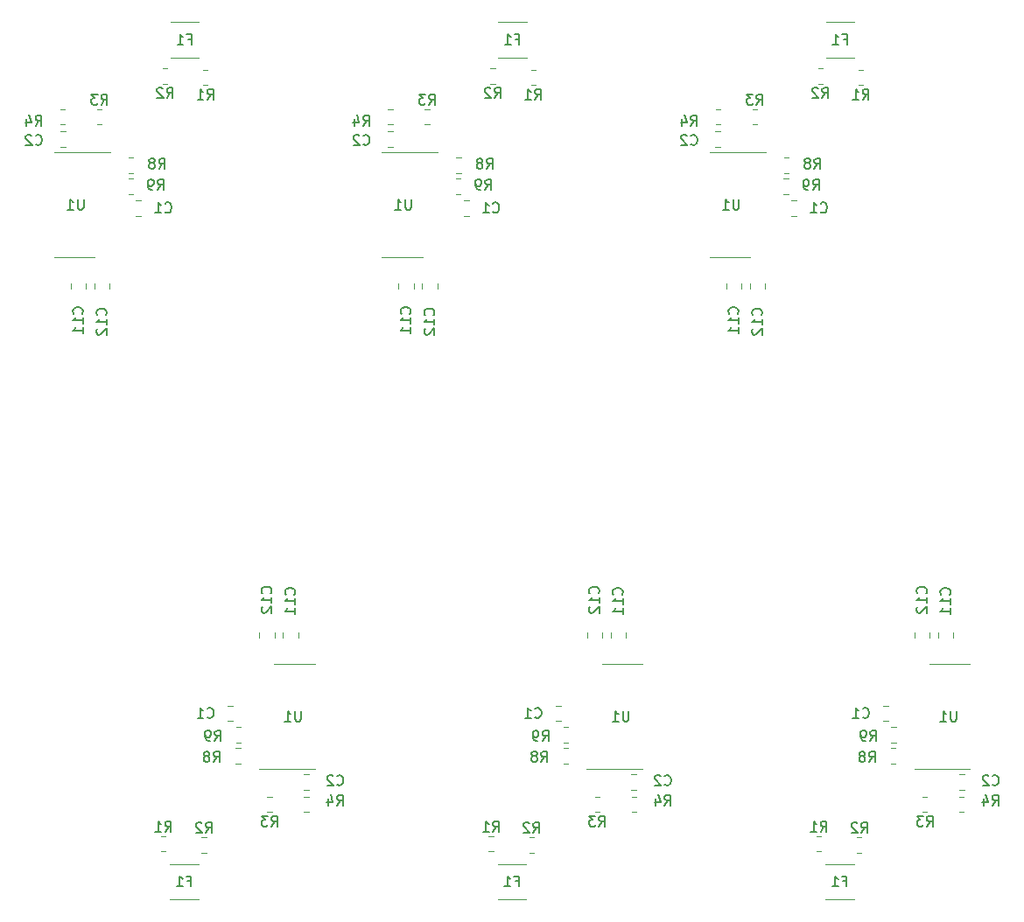
<source format=gbr>
%TF.GenerationSoftware,KiCad,Pcbnew,(5.1.9)-1*%
%TF.CreationDate,2022-04-09T22:54:09+08:00*%
%TF.ProjectId,DB15_Switch_panelize,44423135-5f53-4776-9974-63685f70616e,rev?*%
%TF.SameCoordinates,Original*%
%TF.FileFunction,Legend,Bot*%
%TF.FilePolarity,Positive*%
%FSLAX46Y46*%
G04 Gerber Fmt 4.6, Leading zero omitted, Abs format (unit mm)*
G04 Created by KiCad (PCBNEW (5.1.9)-1) date 2022-04-09 22:54:09*
%MOMM*%
%LPD*%
G01*
G04 APERTURE LIST*
%ADD10C,0.120000*%
%ADD11C,0.150000*%
G04 APERTURE END LIST*
D10*
%TO.C,C2*%
X193773748Y-117350000D02*
X194296252Y-117350000D01*
X193773748Y-115880000D02*
X194296252Y-115880000D01*
X162073748Y-117350000D02*
X162596252Y-117350000D01*
X162073748Y-115880000D02*
X162596252Y-115880000D01*
%TO.C,C11*%
X191776000Y-102652252D02*
X191776000Y-102129748D01*
X193246000Y-102652252D02*
X193246000Y-102129748D01*
%TO.C,C1*%
X186961252Y-110685000D02*
X186438748Y-110685000D01*
X186961252Y-109215000D02*
X186438748Y-109215000D01*
X155261252Y-110685000D02*
X154738748Y-110685000D01*
X155261252Y-109215000D02*
X154738748Y-109215000D01*
%TO.C,R2*%
X184356064Y-123446000D02*
X183901936Y-123446000D01*
X184356064Y-121976000D02*
X183901936Y-121976000D01*
%TO.C,R9*%
X187681564Y-112778000D02*
X187227436Y-112778000D01*
X187681564Y-111308000D02*
X187227436Y-111308000D01*
%TO.C,F1*%
X180837748Y-127960000D02*
X183610252Y-127960000D01*
X180837748Y-124540000D02*
X183610252Y-124540000D01*
X149137748Y-127960000D02*
X151910252Y-127960000D01*
X149137748Y-124540000D02*
X151910252Y-124540000D01*
%TO.C,C11*%
X160076000Y-102652252D02*
X160076000Y-102129748D01*
X161546000Y-102652252D02*
X161546000Y-102129748D01*
%TO.C,R8*%
X155958064Y-114810000D02*
X155503936Y-114810000D01*
X155958064Y-113340000D02*
X155503936Y-113340000D01*
X187658064Y-114810000D02*
X187203936Y-114810000D01*
X187658064Y-113340000D02*
X187203936Y-113340000D01*
%TO.C,R9*%
X155981564Y-112778000D02*
X155527436Y-112778000D01*
X155981564Y-111308000D02*
X155527436Y-111308000D01*
%TO.C,C2*%
X130373748Y-115880000D02*
X130896252Y-115880000D01*
X130373748Y-117350000D02*
X130896252Y-117350000D01*
%TO.C,R2*%
X152656064Y-123446000D02*
X152201936Y-123446000D01*
X152656064Y-121976000D02*
X152201936Y-121976000D01*
%TO.C,C1*%
X123561252Y-109215000D02*
X123038748Y-109215000D01*
X123561252Y-110685000D02*
X123038748Y-110685000D01*
%TO.C,R8*%
X124258064Y-113340000D02*
X123803936Y-113340000D01*
X124258064Y-114810000D02*
X123803936Y-114810000D01*
%TO.C,R9*%
X124281564Y-111308000D02*
X123827436Y-111308000D01*
X124281564Y-112778000D02*
X123827436Y-112778000D01*
%TO.C,C11*%
X129846000Y-102652252D02*
X129846000Y-102129748D01*
X128376000Y-102652252D02*
X128376000Y-102129748D01*
%TO.C,F1*%
X117437748Y-124540000D02*
X120210252Y-124540000D01*
X117437748Y-127960000D02*
X120210252Y-127960000D01*
%TO.C,R2*%
X120956064Y-121976000D02*
X120501936Y-121976000D01*
X120956064Y-123446000D02*
X120501936Y-123446000D01*
%TO.C,R1*%
X117042564Y-121849000D02*
X116588436Y-121849000D01*
X117042564Y-123319000D02*
X116588436Y-123319000D01*
%TO.C,R3*%
X126851936Y-119509000D02*
X127306064Y-119509000D01*
X126851936Y-118039000D02*
X127306064Y-118039000D01*
%TO.C,R4*%
X130862064Y-118039000D02*
X130407936Y-118039000D01*
X130862064Y-119509000D02*
X130407936Y-119509000D01*
%TO.C,U1*%
X129492000Y-115325000D02*
X126042000Y-115325000D01*
X129492000Y-115325000D02*
X131442000Y-115325000D01*
X129492000Y-105205000D02*
X127542000Y-105205000D01*
X129492000Y-105205000D02*
X131442000Y-105205000D01*
%TO.C,C12*%
X126090000Y-102129748D02*
X126090000Y-102652252D01*
X127560000Y-102129748D02*
X127560000Y-102652252D01*
%TO.C,R4*%
X194262064Y-119509000D02*
X193807936Y-119509000D01*
X194262064Y-118039000D02*
X193807936Y-118039000D01*
X162562064Y-119509000D02*
X162107936Y-119509000D01*
X162562064Y-118039000D02*
X162107936Y-118039000D01*
%TO.C,R1*%
X148742564Y-123319000D02*
X148288436Y-123319000D01*
X148742564Y-121849000D02*
X148288436Y-121849000D01*
%TO.C,C12*%
X190960000Y-102129748D02*
X190960000Y-102652252D01*
X189490000Y-102129748D02*
X189490000Y-102652252D01*
%TO.C,R1*%
X180442564Y-123319000D02*
X179988436Y-123319000D01*
X180442564Y-121849000D02*
X179988436Y-121849000D01*
%TO.C,R3*%
X190251936Y-118039000D02*
X190706064Y-118039000D01*
X190251936Y-119509000D02*
X190706064Y-119509000D01*
%TO.C,U1*%
X192892000Y-105205000D02*
X194842000Y-105205000D01*
X192892000Y-105205000D02*
X190942000Y-105205000D01*
X192892000Y-115325000D02*
X194842000Y-115325000D01*
X192892000Y-115325000D02*
X189442000Y-115325000D01*
X161192000Y-105205000D02*
X163142000Y-105205000D01*
X161192000Y-105205000D02*
X159242000Y-105205000D01*
X161192000Y-115325000D02*
X163142000Y-115325000D01*
X161192000Y-115325000D02*
X157742000Y-115325000D01*
%TO.C,R3*%
X158551936Y-118039000D02*
X159006064Y-118039000D01*
X158551936Y-119509000D02*
X159006064Y-119509000D01*
%TO.C,C12*%
X159260000Y-102129748D02*
X159260000Y-102652252D01*
X157790000Y-102129748D02*
X157790000Y-102652252D01*
%TO.C,C2*%
X107326252Y-55120000D02*
X106803748Y-55120000D01*
X107326252Y-53650000D02*
X106803748Y-53650000D01*
X139026252Y-55120000D02*
X138503748Y-55120000D01*
X139026252Y-53650000D02*
X138503748Y-53650000D01*
%TO.C,C1*%
X114138748Y-61785000D02*
X114661252Y-61785000D01*
X114138748Y-60315000D02*
X114661252Y-60315000D01*
X145838748Y-61785000D02*
X146361252Y-61785000D01*
X145838748Y-60315000D02*
X146361252Y-60315000D01*
%TO.C,R8*%
X113441936Y-57660000D02*
X113896064Y-57660000D01*
X113441936Y-56190000D02*
X113896064Y-56190000D01*
X145141936Y-57660000D02*
X145596064Y-57660000D01*
X145141936Y-56190000D02*
X145596064Y-56190000D01*
%TO.C,R9*%
X113418436Y-59692000D02*
X113872564Y-59692000D01*
X113418436Y-58222000D02*
X113872564Y-58222000D01*
X145118436Y-59692000D02*
X145572564Y-59692000D01*
X145118436Y-58222000D02*
X145572564Y-58222000D01*
%TO.C,C11*%
X107854000Y-68347748D02*
X107854000Y-68870252D01*
X109324000Y-68347748D02*
X109324000Y-68870252D01*
X139554000Y-68347748D02*
X139554000Y-68870252D01*
X141024000Y-68347748D02*
X141024000Y-68870252D01*
%TO.C,F1*%
X120262252Y-46460000D02*
X117489748Y-46460000D01*
X120262252Y-43040000D02*
X117489748Y-43040000D01*
X151962252Y-46460000D02*
X149189748Y-46460000D01*
X151962252Y-43040000D02*
X149189748Y-43040000D01*
%TO.C,R2*%
X116743936Y-49024000D02*
X117198064Y-49024000D01*
X116743936Y-47554000D02*
X117198064Y-47554000D01*
X148443936Y-49024000D02*
X148898064Y-49024000D01*
X148443936Y-47554000D02*
X148898064Y-47554000D01*
%TO.C,R1*%
X120657436Y-49151000D02*
X121111564Y-49151000D01*
X120657436Y-47681000D02*
X121111564Y-47681000D01*
X152357436Y-49151000D02*
X152811564Y-49151000D01*
X152357436Y-47681000D02*
X152811564Y-47681000D01*
%TO.C,R3*%
X110848064Y-51491000D02*
X110393936Y-51491000D01*
X110848064Y-52961000D02*
X110393936Y-52961000D01*
X142548064Y-51491000D02*
X142093936Y-51491000D01*
X142548064Y-52961000D02*
X142093936Y-52961000D01*
%TO.C,R4*%
X106837936Y-52961000D02*
X107292064Y-52961000D01*
X106837936Y-51491000D02*
X107292064Y-51491000D01*
X138537936Y-52961000D02*
X138992064Y-52961000D01*
X138537936Y-51491000D02*
X138992064Y-51491000D01*
%TO.C,U1*%
X108208000Y-55675000D02*
X111658000Y-55675000D01*
X108208000Y-55675000D02*
X106258000Y-55675000D01*
X108208000Y-65795000D02*
X110158000Y-65795000D01*
X108208000Y-65795000D02*
X106258000Y-65795000D01*
X139908000Y-55675000D02*
X143358000Y-55675000D01*
X139908000Y-55675000D02*
X137958000Y-55675000D01*
X139908000Y-65795000D02*
X141858000Y-65795000D01*
X139908000Y-65795000D02*
X137958000Y-65795000D01*
%TO.C,C12*%
X111610000Y-68870252D02*
X111610000Y-68347748D01*
X110140000Y-68870252D02*
X110140000Y-68347748D01*
X143310000Y-68870252D02*
X143310000Y-68347748D01*
X141840000Y-68870252D02*
X141840000Y-68347748D01*
%TO.C,C1*%
X177538748Y-60315000D02*
X178061252Y-60315000D01*
X177538748Y-61785000D02*
X178061252Y-61785000D01*
%TO.C,U1*%
X171608000Y-65795000D02*
X169658000Y-65795000D01*
X171608000Y-65795000D02*
X173558000Y-65795000D01*
X171608000Y-55675000D02*
X169658000Y-55675000D01*
X171608000Y-55675000D02*
X175058000Y-55675000D01*
%TO.C,R9*%
X176818436Y-58222000D02*
X177272564Y-58222000D01*
X176818436Y-59692000D02*
X177272564Y-59692000D01*
%TO.C,R8*%
X176841936Y-56190000D02*
X177296064Y-56190000D01*
X176841936Y-57660000D02*
X177296064Y-57660000D01*
%TO.C,R4*%
X170237936Y-51491000D02*
X170692064Y-51491000D01*
X170237936Y-52961000D02*
X170692064Y-52961000D01*
%TO.C,R3*%
X174248064Y-52961000D02*
X173793936Y-52961000D01*
X174248064Y-51491000D02*
X173793936Y-51491000D01*
%TO.C,R2*%
X180143936Y-47554000D02*
X180598064Y-47554000D01*
X180143936Y-49024000D02*
X180598064Y-49024000D01*
%TO.C,R1*%
X184057436Y-47681000D02*
X184511564Y-47681000D01*
X184057436Y-49151000D02*
X184511564Y-49151000D01*
%TO.C,F1*%
X183662252Y-43040000D02*
X180889748Y-43040000D01*
X183662252Y-46460000D02*
X180889748Y-46460000D01*
%TO.C,C12*%
X173540000Y-68870252D02*
X173540000Y-68347748D01*
X175010000Y-68870252D02*
X175010000Y-68347748D01*
%TO.C,C11*%
X172724000Y-68347748D02*
X172724000Y-68870252D01*
X171254000Y-68347748D02*
X171254000Y-68870252D01*
%TO.C,C2*%
X170726252Y-53650000D02*
X170203748Y-53650000D01*
X170726252Y-55120000D02*
X170203748Y-55120000D01*
D11*
X196995666Y-116845142D02*
X197043285Y-116892761D01*
X197186142Y-116940380D01*
X197281380Y-116940380D01*
X197424238Y-116892761D01*
X197519476Y-116797523D01*
X197567095Y-116702285D01*
X197614714Y-116511809D01*
X197614714Y-116368952D01*
X197567095Y-116178476D01*
X197519476Y-116083238D01*
X197424238Y-115988000D01*
X197281380Y-115940380D01*
X197186142Y-115940380D01*
X197043285Y-115988000D01*
X196995666Y-116035619D01*
X196614714Y-116035619D02*
X196567095Y-115988000D01*
X196471857Y-115940380D01*
X196233761Y-115940380D01*
X196138523Y-115988000D01*
X196090904Y-116035619D01*
X196043285Y-116130857D01*
X196043285Y-116226095D01*
X196090904Y-116368952D01*
X196662333Y-116940380D01*
X196043285Y-116940380D01*
X165295666Y-116845142D02*
X165343285Y-116892761D01*
X165486142Y-116940380D01*
X165581380Y-116940380D01*
X165724238Y-116892761D01*
X165819476Y-116797523D01*
X165867095Y-116702285D01*
X165914714Y-116511809D01*
X165914714Y-116368952D01*
X165867095Y-116178476D01*
X165819476Y-116083238D01*
X165724238Y-115988000D01*
X165581380Y-115940380D01*
X165486142Y-115940380D01*
X165343285Y-115988000D01*
X165295666Y-116035619D01*
X164914714Y-116035619D02*
X164867095Y-115988000D01*
X164771857Y-115940380D01*
X164533761Y-115940380D01*
X164438523Y-115988000D01*
X164390904Y-116035619D01*
X164343285Y-116130857D01*
X164343285Y-116226095D01*
X164390904Y-116368952D01*
X164962333Y-116940380D01*
X164343285Y-116940380D01*
%TO.C,C11*%
X192868142Y-98446142D02*
X192915761Y-98398523D01*
X192963380Y-98255666D01*
X192963380Y-98160428D01*
X192915761Y-98017571D01*
X192820523Y-97922333D01*
X192725285Y-97874714D01*
X192534809Y-97827095D01*
X192391952Y-97827095D01*
X192201476Y-97874714D01*
X192106238Y-97922333D01*
X192011000Y-98017571D01*
X191963380Y-98160428D01*
X191963380Y-98255666D01*
X192011000Y-98398523D01*
X192058619Y-98446142D01*
X192963380Y-99398523D02*
X192963380Y-98827095D01*
X192963380Y-99112809D02*
X191963380Y-99112809D01*
X192106238Y-99017571D01*
X192201476Y-98922333D01*
X192249095Y-98827095D01*
X192963380Y-100350904D02*
X192963380Y-99779476D01*
X192963380Y-100065190D02*
X191963380Y-100065190D01*
X192106238Y-99969952D01*
X192201476Y-99874714D01*
X192249095Y-99779476D01*
%TO.C,C1*%
X184453666Y-110307142D02*
X184501285Y-110354761D01*
X184644142Y-110402380D01*
X184739380Y-110402380D01*
X184882238Y-110354761D01*
X184977476Y-110259523D01*
X185025095Y-110164285D01*
X185072714Y-109973809D01*
X185072714Y-109830952D01*
X185025095Y-109640476D01*
X184977476Y-109545238D01*
X184882238Y-109450000D01*
X184739380Y-109402380D01*
X184644142Y-109402380D01*
X184501285Y-109450000D01*
X184453666Y-109497619D01*
X183501285Y-110402380D02*
X184072714Y-110402380D01*
X183787000Y-110402380D02*
X183787000Y-109402380D01*
X183882238Y-109545238D01*
X183977476Y-109640476D01*
X184072714Y-109688095D01*
X152753666Y-110307142D02*
X152801285Y-110354761D01*
X152944142Y-110402380D01*
X153039380Y-110402380D01*
X153182238Y-110354761D01*
X153277476Y-110259523D01*
X153325095Y-110164285D01*
X153372714Y-109973809D01*
X153372714Y-109830952D01*
X153325095Y-109640476D01*
X153277476Y-109545238D01*
X153182238Y-109450000D01*
X153039380Y-109402380D01*
X152944142Y-109402380D01*
X152801285Y-109450000D01*
X152753666Y-109497619D01*
X151801285Y-110402380D02*
X152372714Y-110402380D01*
X152087000Y-110402380D02*
X152087000Y-109402380D01*
X152182238Y-109545238D01*
X152277476Y-109640476D01*
X152372714Y-109688095D01*
%TO.C,R2*%
X184295666Y-121513380D02*
X184629000Y-121037190D01*
X184867095Y-121513380D02*
X184867095Y-120513380D01*
X184486142Y-120513380D01*
X184390904Y-120561000D01*
X184343285Y-120608619D01*
X184295666Y-120703857D01*
X184295666Y-120846714D01*
X184343285Y-120941952D01*
X184390904Y-120989571D01*
X184486142Y-121037190D01*
X184867095Y-121037190D01*
X183914714Y-120608619D02*
X183867095Y-120561000D01*
X183771857Y-120513380D01*
X183533761Y-120513380D01*
X183438523Y-120561000D01*
X183390904Y-120608619D01*
X183343285Y-120703857D01*
X183343285Y-120799095D01*
X183390904Y-120941952D01*
X183962333Y-121513380D01*
X183343285Y-121513380D01*
%TO.C,R9*%
X185184666Y-112622380D02*
X185518000Y-112146190D01*
X185756095Y-112622380D02*
X185756095Y-111622380D01*
X185375142Y-111622380D01*
X185279904Y-111670000D01*
X185232285Y-111717619D01*
X185184666Y-111812857D01*
X185184666Y-111955714D01*
X185232285Y-112050952D01*
X185279904Y-112098571D01*
X185375142Y-112146190D01*
X185756095Y-112146190D01*
X184708476Y-112622380D02*
X184518000Y-112622380D01*
X184422761Y-112574761D01*
X184375142Y-112527142D01*
X184279904Y-112384285D01*
X184232285Y-112193809D01*
X184232285Y-111812857D01*
X184279904Y-111717619D01*
X184327523Y-111670000D01*
X184422761Y-111622380D01*
X184613238Y-111622380D01*
X184708476Y-111670000D01*
X184756095Y-111717619D01*
X184803714Y-111812857D01*
X184803714Y-112050952D01*
X184756095Y-112146190D01*
X184708476Y-112193809D01*
X184613238Y-112241428D01*
X184422761Y-112241428D01*
X184327523Y-112193809D01*
X184279904Y-112146190D01*
X184232285Y-112050952D01*
%TO.C,F1*%
X182557333Y-126178571D02*
X182890666Y-126178571D01*
X182890666Y-126702380D02*
X182890666Y-125702380D01*
X182414476Y-125702380D01*
X181509714Y-126702380D02*
X182081142Y-126702380D01*
X181795428Y-126702380D02*
X181795428Y-125702380D01*
X181890666Y-125845238D01*
X181985904Y-125940476D01*
X182081142Y-125988095D01*
X150857333Y-126178571D02*
X151190666Y-126178571D01*
X151190666Y-126702380D02*
X151190666Y-125702380D01*
X150714476Y-125702380D01*
X149809714Y-126702380D02*
X150381142Y-126702380D01*
X150095428Y-126702380D02*
X150095428Y-125702380D01*
X150190666Y-125845238D01*
X150285904Y-125940476D01*
X150381142Y-125988095D01*
%TO.C,C11*%
X161168142Y-98446142D02*
X161215761Y-98398523D01*
X161263380Y-98255666D01*
X161263380Y-98160428D01*
X161215761Y-98017571D01*
X161120523Y-97922333D01*
X161025285Y-97874714D01*
X160834809Y-97827095D01*
X160691952Y-97827095D01*
X160501476Y-97874714D01*
X160406238Y-97922333D01*
X160311000Y-98017571D01*
X160263380Y-98160428D01*
X160263380Y-98255666D01*
X160311000Y-98398523D01*
X160358619Y-98446142D01*
X161263380Y-99398523D02*
X161263380Y-98827095D01*
X161263380Y-99112809D02*
X160263380Y-99112809D01*
X160406238Y-99017571D01*
X160501476Y-98922333D01*
X160549095Y-98827095D01*
X161263380Y-100350904D02*
X161263380Y-99779476D01*
X161263380Y-100065190D02*
X160263380Y-100065190D01*
X160406238Y-99969952D01*
X160501476Y-99874714D01*
X160549095Y-99779476D01*
%TO.C,R8*%
X153357666Y-114654380D02*
X153691000Y-114178190D01*
X153929095Y-114654380D02*
X153929095Y-113654380D01*
X153548142Y-113654380D01*
X153452904Y-113702000D01*
X153405285Y-113749619D01*
X153357666Y-113844857D01*
X153357666Y-113987714D01*
X153405285Y-114082952D01*
X153452904Y-114130571D01*
X153548142Y-114178190D01*
X153929095Y-114178190D01*
X152786238Y-114082952D02*
X152881476Y-114035333D01*
X152929095Y-113987714D01*
X152976714Y-113892476D01*
X152976714Y-113844857D01*
X152929095Y-113749619D01*
X152881476Y-113702000D01*
X152786238Y-113654380D01*
X152595761Y-113654380D01*
X152500523Y-113702000D01*
X152452904Y-113749619D01*
X152405285Y-113844857D01*
X152405285Y-113892476D01*
X152452904Y-113987714D01*
X152500523Y-114035333D01*
X152595761Y-114082952D01*
X152786238Y-114082952D01*
X152881476Y-114130571D01*
X152929095Y-114178190D01*
X152976714Y-114273428D01*
X152976714Y-114463904D01*
X152929095Y-114559142D01*
X152881476Y-114606761D01*
X152786238Y-114654380D01*
X152595761Y-114654380D01*
X152500523Y-114606761D01*
X152452904Y-114559142D01*
X152405285Y-114463904D01*
X152405285Y-114273428D01*
X152452904Y-114178190D01*
X152500523Y-114130571D01*
X152595761Y-114082952D01*
X185057666Y-114654380D02*
X185391000Y-114178190D01*
X185629095Y-114654380D02*
X185629095Y-113654380D01*
X185248142Y-113654380D01*
X185152904Y-113702000D01*
X185105285Y-113749619D01*
X185057666Y-113844857D01*
X185057666Y-113987714D01*
X185105285Y-114082952D01*
X185152904Y-114130571D01*
X185248142Y-114178190D01*
X185629095Y-114178190D01*
X184486238Y-114082952D02*
X184581476Y-114035333D01*
X184629095Y-113987714D01*
X184676714Y-113892476D01*
X184676714Y-113844857D01*
X184629095Y-113749619D01*
X184581476Y-113702000D01*
X184486238Y-113654380D01*
X184295761Y-113654380D01*
X184200523Y-113702000D01*
X184152904Y-113749619D01*
X184105285Y-113844857D01*
X184105285Y-113892476D01*
X184152904Y-113987714D01*
X184200523Y-114035333D01*
X184295761Y-114082952D01*
X184486238Y-114082952D01*
X184581476Y-114130571D01*
X184629095Y-114178190D01*
X184676714Y-114273428D01*
X184676714Y-114463904D01*
X184629095Y-114559142D01*
X184581476Y-114606761D01*
X184486238Y-114654380D01*
X184295761Y-114654380D01*
X184200523Y-114606761D01*
X184152904Y-114559142D01*
X184105285Y-114463904D01*
X184105285Y-114273428D01*
X184152904Y-114178190D01*
X184200523Y-114130571D01*
X184295761Y-114082952D01*
%TO.C,R9*%
X153484666Y-112622380D02*
X153818000Y-112146190D01*
X154056095Y-112622380D02*
X154056095Y-111622380D01*
X153675142Y-111622380D01*
X153579904Y-111670000D01*
X153532285Y-111717619D01*
X153484666Y-111812857D01*
X153484666Y-111955714D01*
X153532285Y-112050952D01*
X153579904Y-112098571D01*
X153675142Y-112146190D01*
X154056095Y-112146190D01*
X153008476Y-112622380D02*
X152818000Y-112622380D01*
X152722761Y-112574761D01*
X152675142Y-112527142D01*
X152579904Y-112384285D01*
X152532285Y-112193809D01*
X152532285Y-111812857D01*
X152579904Y-111717619D01*
X152627523Y-111670000D01*
X152722761Y-111622380D01*
X152913238Y-111622380D01*
X153008476Y-111670000D01*
X153056095Y-111717619D01*
X153103714Y-111812857D01*
X153103714Y-112050952D01*
X153056095Y-112146190D01*
X153008476Y-112193809D01*
X152913238Y-112241428D01*
X152722761Y-112241428D01*
X152627523Y-112193809D01*
X152579904Y-112146190D01*
X152532285Y-112050952D01*
%TO.C,C2*%
X133595666Y-116845142D02*
X133643285Y-116892761D01*
X133786142Y-116940380D01*
X133881380Y-116940380D01*
X134024238Y-116892761D01*
X134119476Y-116797523D01*
X134167095Y-116702285D01*
X134214714Y-116511809D01*
X134214714Y-116368952D01*
X134167095Y-116178476D01*
X134119476Y-116083238D01*
X134024238Y-115988000D01*
X133881380Y-115940380D01*
X133786142Y-115940380D01*
X133643285Y-115988000D01*
X133595666Y-116035619D01*
X133214714Y-116035619D02*
X133167095Y-115988000D01*
X133071857Y-115940380D01*
X132833761Y-115940380D01*
X132738523Y-115988000D01*
X132690904Y-116035619D01*
X132643285Y-116130857D01*
X132643285Y-116226095D01*
X132690904Y-116368952D01*
X133262333Y-116940380D01*
X132643285Y-116940380D01*
%TO.C,R2*%
X152595666Y-121513380D02*
X152929000Y-121037190D01*
X153167095Y-121513380D02*
X153167095Y-120513380D01*
X152786142Y-120513380D01*
X152690904Y-120561000D01*
X152643285Y-120608619D01*
X152595666Y-120703857D01*
X152595666Y-120846714D01*
X152643285Y-120941952D01*
X152690904Y-120989571D01*
X152786142Y-121037190D01*
X153167095Y-121037190D01*
X152214714Y-120608619D02*
X152167095Y-120561000D01*
X152071857Y-120513380D01*
X151833761Y-120513380D01*
X151738523Y-120561000D01*
X151690904Y-120608619D01*
X151643285Y-120703857D01*
X151643285Y-120799095D01*
X151690904Y-120941952D01*
X152262333Y-121513380D01*
X151643285Y-121513380D01*
%TO.C,C1*%
X121053666Y-110307142D02*
X121101285Y-110354761D01*
X121244142Y-110402380D01*
X121339380Y-110402380D01*
X121482238Y-110354761D01*
X121577476Y-110259523D01*
X121625095Y-110164285D01*
X121672714Y-109973809D01*
X121672714Y-109830952D01*
X121625095Y-109640476D01*
X121577476Y-109545238D01*
X121482238Y-109450000D01*
X121339380Y-109402380D01*
X121244142Y-109402380D01*
X121101285Y-109450000D01*
X121053666Y-109497619D01*
X120101285Y-110402380D02*
X120672714Y-110402380D01*
X120387000Y-110402380D02*
X120387000Y-109402380D01*
X120482238Y-109545238D01*
X120577476Y-109640476D01*
X120672714Y-109688095D01*
%TO.C,R8*%
X121657666Y-114654380D02*
X121991000Y-114178190D01*
X122229095Y-114654380D02*
X122229095Y-113654380D01*
X121848142Y-113654380D01*
X121752904Y-113702000D01*
X121705285Y-113749619D01*
X121657666Y-113844857D01*
X121657666Y-113987714D01*
X121705285Y-114082952D01*
X121752904Y-114130571D01*
X121848142Y-114178190D01*
X122229095Y-114178190D01*
X121086238Y-114082952D02*
X121181476Y-114035333D01*
X121229095Y-113987714D01*
X121276714Y-113892476D01*
X121276714Y-113844857D01*
X121229095Y-113749619D01*
X121181476Y-113702000D01*
X121086238Y-113654380D01*
X120895761Y-113654380D01*
X120800523Y-113702000D01*
X120752904Y-113749619D01*
X120705285Y-113844857D01*
X120705285Y-113892476D01*
X120752904Y-113987714D01*
X120800523Y-114035333D01*
X120895761Y-114082952D01*
X121086238Y-114082952D01*
X121181476Y-114130571D01*
X121229095Y-114178190D01*
X121276714Y-114273428D01*
X121276714Y-114463904D01*
X121229095Y-114559142D01*
X121181476Y-114606761D01*
X121086238Y-114654380D01*
X120895761Y-114654380D01*
X120800523Y-114606761D01*
X120752904Y-114559142D01*
X120705285Y-114463904D01*
X120705285Y-114273428D01*
X120752904Y-114178190D01*
X120800523Y-114130571D01*
X120895761Y-114082952D01*
%TO.C,R9*%
X121784666Y-112622380D02*
X122118000Y-112146190D01*
X122356095Y-112622380D02*
X122356095Y-111622380D01*
X121975142Y-111622380D01*
X121879904Y-111670000D01*
X121832285Y-111717619D01*
X121784666Y-111812857D01*
X121784666Y-111955714D01*
X121832285Y-112050952D01*
X121879904Y-112098571D01*
X121975142Y-112146190D01*
X122356095Y-112146190D01*
X121308476Y-112622380D02*
X121118000Y-112622380D01*
X121022761Y-112574761D01*
X120975142Y-112527142D01*
X120879904Y-112384285D01*
X120832285Y-112193809D01*
X120832285Y-111812857D01*
X120879904Y-111717619D01*
X120927523Y-111670000D01*
X121022761Y-111622380D01*
X121213238Y-111622380D01*
X121308476Y-111670000D01*
X121356095Y-111717619D01*
X121403714Y-111812857D01*
X121403714Y-112050952D01*
X121356095Y-112146190D01*
X121308476Y-112193809D01*
X121213238Y-112241428D01*
X121022761Y-112241428D01*
X120927523Y-112193809D01*
X120879904Y-112146190D01*
X120832285Y-112050952D01*
%TO.C,C11*%
X129468142Y-98446142D02*
X129515761Y-98398523D01*
X129563380Y-98255666D01*
X129563380Y-98160428D01*
X129515761Y-98017571D01*
X129420523Y-97922333D01*
X129325285Y-97874714D01*
X129134809Y-97827095D01*
X128991952Y-97827095D01*
X128801476Y-97874714D01*
X128706238Y-97922333D01*
X128611000Y-98017571D01*
X128563380Y-98160428D01*
X128563380Y-98255666D01*
X128611000Y-98398523D01*
X128658619Y-98446142D01*
X129563380Y-99398523D02*
X129563380Y-98827095D01*
X129563380Y-99112809D02*
X128563380Y-99112809D01*
X128706238Y-99017571D01*
X128801476Y-98922333D01*
X128849095Y-98827095D01*
X129563380Y-100350904D02*
X129563380Y-99779476D01*
X129563380Y-100065190D02*
X128563380Y-100065190D01*
X128706238Y-99969952D01*
X128801476Y-99874714D01*
X128849095Y-99779476D01*
%TO.C,F1*%
X119157333Y-126178571D02*
X119490666Y-126178571D01*
X119490666Y-126702380D02*
X119490666Y-125702380D01*
X119014476Y-125702380D01*
X118109714Y-126702380D02*
X118681142Y-126702380D01*
X118395428Y-126702380D02*
X118395428Y-125702380D01*
X118490666Y-125845238D01*
X118585904Y-125940476D01*
X118681142Y-125988095D01*
%TO.C,R2*%
X120895666Y-121513380D02*
X121229000Y-121037190D01*
X121467095Y-121513380D02*
X121467095Y-120513380D01*
X121086142Y-120513380D01*
X120990904Y-120561000D01*
X120943285Y-120608619D01*
X120895666Y-120703857D01*
X120895666Y-120846714D01*
X120943285Y-120941952D01*
X120990904Y-120989571D01*
X121086142Y-121037190D01*
X121467095Y-121037190D01*
X120514714Y-120608619D02*
X120467095Y-120561000D01*
X120371857Y-120513380D01*
X120133761Y-120513380D01*
X120038523Y-120561000D01*
X119990904Y-120608619D01*
X119943285Y-120703857D01*
X119943285Y-120799095D01*
X119990904Y-120941952D01*
X120562333Y-121513380D01*
X119943285Y-121513380D01*
%TO.C,R1*%
X116982166Y-121386380D02*
X117315500Y-120910190D01*
X117553595Y-121386380D02*
X117553595Y-120386380D01*
X117172642Y-120386380D01*
X117077404Y-120434000D01*
X117029785Y-120481619D01*
X116982166Y-120576857D01*
X116982166Y-120719714D01*
X117029785Y-120814952D01*
X117077404Y-120862571D01*
X117172642Y-120910190D01*
X117553595Y-120910190D01*
X116029785Y-121386380D02*
X116601214Y-121386380D01*
X116315500Y-121386380D02*
X116315500Y-120386380D01*
X116410738Y-120529238D01*
X116505976Y-120624476D01*
X116601214Y-120672095D01*
%TO.C,R3*%
X127245666Y-120876380D02*
X127579000Y-120400190D01*
X127817095Y-120876380D02*
X127817095Y-119876380D01*
X127436142Y-119876380D01*
X127340904Y-119924000D01*
X127293285Y-119971619D01*
X127245666Y-120066857D01*
X127245666Y-120209714D01*
X127293285Y-120304952D01*
X127340904Y-120352571D01*
X127436142Y-120400190D01*
X127817095Y-120400190D01*
X126912333Y-119876380D02*
X126293285Y-119876380D01*
X126626619Y-120257333D01*
X126483761Y-120257333D01*
X126388523Y-120304952D01*
X126340904Y-120352571D01*
X126293285Y-120447809D01*
X126293285Y-120685904D01*
X126340904Y-120781142D01*
X126388523Y-120828761D01*
X126483761Y-120876380D01*
X126769476Y-120876380D01*
X126864714Y-120828761D01*
X126912333Y-120781142D01*
%TO.C,R4*%
X133595666Y-118845380D02*
X133929000Y-118369190D01*
X134167095Y-118845380D02*
X134167095Y-117845380D01*
X133786142Y-117845380D01*
X133690904Y-117893000D01*
X133643285Y-117940619D01*
X133595666Y-118035857D01*
X133595666Y-118178714D01*
X133643285Y-118273952D01*
X133690904Y-118321571D01*
X133786142Y-118369190D01*
X134167095Y-118369190D01*
X132738523Y-118178714D02*
X132738523Y-118845380D01*
X132976619Y-117797761D02*
X133214714Y-118512047D01*
X132595666Y-118512047D01*
%TO.C,U1*%
X130126904Y-109717380D02*
X130126904Y-110526904D01*
X130079285Y-110622142D01*
X130031666Y-110669761D01*
X129936428Y-110717380D01*
X129745952Y-110717380D01*
X129650714Y-110669761D01*
X129603095Y-110622142D01*
X129555476Y-110526904D01*
X129555476Y-109717380D01*
X128555476Y-110717380D02*
X129126904Y-110717380D01*
X128841190Y-110717380D02*
X128841190Y-109717380D01*
X128936428Y-109860238D01*
X129031666Y-109955476D01*
X129126904Y-110003095D01*
%TO.C,C12*%
X127182142Y-98319142D02*
X127229761Y-98271523D01*
X127277380Y-98128666D01*
X127277380Y-98033428D01*
X127229761Y-97890571D01*
X127134523Y-97795333D01*
X127039285Y-97747714D01*
X126848809Y-97700095D01*
X126705952Y-97700095D01*
X126515476Y-97747714D01*
X126420238Y-97795333D01*
X126325000Y-97890571D01*
X126277380Y-98033428D01*
X126277380Y-98128666D01*
X126325000Y-98271523D01*
X126372619Y-98319142D01*
X127277380Y-99271523D02*
X127277380Y-98700095D01*
X127277380Y-98985809D02*
X126277380Y-98985809D01*
X126420238Y-98890571D01*
X126515476Y-98795333D01*
X126563095Y-98700095D01*
X126372619Y-99652476D02*
X126325000Y-99700095D01*
X126277380Y-99795333D01*
X126277380Y-100033428D01*
X126325000Y-100128666D01*
X126372619Y-100176285D01*
X126467857Y-100223904D01*
X126563095Y-100223904D01*
X126705952Y-100176285D01*
X127277380Y-99604857D01*
X127277380Y-100223904D01*
%TO.C,R4*%
X196995666Y-118845380D02*
X197329000Y-118369190D01*
X197567095Y-118845380D02*
X197567095Y-117845380D01*
X197186142Y-117845380D01*
X197090904Y-117893000D01*
X197043285Y-117940619D01*
X196995666Y-118035857D01*
X196995666Y-118178714D01*
X197043285Y-118273952D01*
X197090904Y-118321571D01*
X197186142Y-118369190D01*
X197567095Y-118369190D01*
X196138523Y-118178714D02*
X196138523Y-118845380D01*
X196376619Y-117797761D02*
X196614714Y-118512047D01*
X195995666Y-118512047D01*
X165295666Y-118845380D02*
X165629000Y-118369190D01*
X165867095Y-118845380D02*
X165867095Y-117845380D01*
X165486142Y-117845380D01*
X165390904Y-117893000D01*
X165343285Y-117940619D01*
X165295666Y-118035857D01*
X165295666Y-118178714D01*
X165343285Y-118273952D01*
X165390904Y-118321571D01*
X165486142Y-118369190D01*
X165867095Y-118369190D01*
X164438523Y-118178714D02*
X164438523Y-118845380D01*
X164676619Y-117797761D02*
X164914714Y-118512047D01*
X164295666Y-118512047D01*
%TO.C,R1*%
X148682166Y-121386380D02*
X149015500Y-120910190D01*
X149253595Y-121386380D02*
X149253595Y-120386380D01*
X148872642Y-120386380D01*
X148777404Y-120434000D01*
X148729785Y-120481619D01*
X148682166Y-120576857D01*
X148682166Y-120719714D01*
X148729785Y-120814952D01*
X148777404Y-120862571D01*
X148872642Y-120910190D01*
X149253595Y-120910190D01*
X147729785Y-121386380D02*
X148301214Y-121386380D01*
X148015500Y-121386380D02*
X148015500Y-120386380D01*
X148110738Y-120529238D01*
X148205976Y-120624476D01*
X148301214Y-120672095D01*
%TO.C,C12*%
X190582142Y-98319142D02*
X190629761Y-98271523D01*
X190677380Y-98128666D01*
X190677380Y-98033428D01*
X190629761Y-97890571D01*
X190534523Y-97795333D01*
X190439285Y-97747714D01*
X190248809Y-97700095D01*
X190105952Y-97700095D01*
X189915476Y-97747714D01*
X189820238Y-97795333D01*
X189725000Y-97890571D01*
X189677380Y-98033428D01*
X189677380Y-98128666D01*
X189725000Y-98271523D01*
X189772619Y-98319142D01*
X190677380Y-99271523D02*
X190677380Y-98700095D01*
X190677380Y-98985809D02*
X189677380Y-98985809D01*
X189820238Y-98890571D01*
X189915476Y-98795333D01*
X189963095Y-98700095D01*
X189772619Y-99652476D02*
X189725000Y-99700095D01*
X189677380Y-99795333D01*
X189677380Y-100033428D01*
X189725000Y-100128666D01*
X189772619Y-100176285D01*
X189867857Y-100223904D01*
X189963095Y-100223904D01*
X190105952Y-100176285D01*
X190677380Y-99604857D01*
X190677380Y-100223904D01*
%TO.C,R1*%
X180382166Y-121386380D02*
X180715500Y-120910190D01*
X180953595Y-121386380D02*
X180953595Y-120386380D01*
X180572642Y-120386380D01*
X180477404Y-120434000D01*
X180429785Y-120481619D01*
X180382166Y-120576857D01*
X180382166Y-120719714D01*
X180429785Y-120814952D01*
X180477404Y-120862571D01*
X180572642Y-120910190D01*
X180953595Y-120910190D01*
X179429785Y-121386380D02*
X180001214Y-121386380D01*
X179715500Y-121386380D02*
X179715500Y-120386380D01*
X179810738Y-120529238D01*
X179905976Y-120624476D01*
X180001214Y-120672095D01*
%TO.C,R3*%
X190645666Y-120876380D02*
X190979000Y-120400190D01*
X191217095Y-120876380D02*
X191217095Y-119876380D01*
X190836142Y-119876380D01*
X190740904Y-119924000D01*
X190693285Y-119971619D01*
X190645666Y-120066857D01*
X190645666Y-120209714D01*
X190693285Y-120304952D01*
X190740904Y-120352571D01*
X190836142Y-120400190D01*
X191217095Y-120400190D01*
X190312333Y-119876380D02*
X189693285Y-119876380D01*
X190026619Y-120257333D01*
X189883761Y-120257333D01*
X189788523Y-120304952D01*
X189740904Y-120352571D01*
X189693285Y-120447809D01*
X189693285Y-120685904D01*
X189740904Y-120781142D01*
X189788523Y-120828761D01*
X189883761Y-120876380D01*
X190169476Y-120876380D01*
X190264714Y-120828761D01*
X190312333Y-120781142D01*
%TO.C,U1*%
X193526904Y-109717380D02*
X193526904Y-110526904D01*
X193479285Y-110622142D01*
X193431666Y-110669761D01*
X193336428Y-110717380D01*
X193145952Y-110717380D01*
X193050714Y-110669761D01*
X193003095Y-110622142D01*
X192955476Y-110526904D01*
X192955476Y-109717380D01*
X191955476Y-110717380D02*
X192526904Y-110717380D01*
X192241190Y-110717380D02*
X192241190Y-109717380D01*
X192336428Y-109860238D01*
X192431666Y-109955476D01*
X192526904Y-110003095D01*
X161826904Y-109717380D02*
X161826904Y-110526904D01*
X161779285Y-110622142D01*
X161731666Y-110669761D01*
X161636428Y-110717380D01*
X161445952Y-110717380D01*
X161350714Y-110669761D01*
X161303095Y-110622142D01*
X161255476Y-110526904D01*
X161255476Y-109717380D01*
X160255476Y-110717380D02*
X160826904Y-110717380D01*
X160541190Y-110717380D02*
X160541190Y-109717380D01*
X160636428Y-109860238D01*
X160731666Y-109955476D01*
X160826904Y-110003095D01*
%TO.C,R3*%
X158945666Y-120876380D02*
X159279000Y-120400190D01*
X159517095Y-120876380D02*
X159517095Y-119876380D01*
X159136142Y-119876380D01*
X159040904Y-119924000D01*
X158993285Y-119971619D01*
X158945666Y-120066857D01*
X158945666Y-120209714D01*
X158993285Y-120304952D01*
X159040904Y-120352571D01*
X159136142Y-120400190D01*
X159517095Y-120400190D01*
X158612333Y-119876380D02*
X157993285Y-119876380D01*
X158326619Y-120257333D01*
X158183761Y-120257333D01*
X158088523Y-120304952D01*
X158040904Y-120352571D01*
X157993285Y-120447809D01*
X157993285Y-120685904D01*
X158040904Y-120781142D01*
X158088523Y-120828761D01*
X158183761Y-120876380D01*
X158469476Y-120876380D01*
X158564714Y-120828761D01*
X158612333Y-120781142D01*
%TO.C,C12*%
X158882142Y-98319142D02*
X158929761Y-98271523D01*
X158977380Y-98128666D01*
X158977380Y-98033428D01*
X158929761Y-97890571D01*
X158834523Y-97795333D01*
X158739285Y-97747714D01*
X158548809Y-97700095D01*
X158405952Y-97700095D01*
X158215476Y-97747714D01*
X158120238Y-97795333D01*
X158025000Y-97890571D01*
X157977380Y-98033428D01*
X157977380Y-98128666D01*
X158025000Y-98271523D01*
X158072619Y-98319142D01*
X158977380Y-99271523D02*
X158977380Y-98700095D01*
X158977380Y-98985809D02*
X157977380Y-98985809D01*
X158120238Y-98890571D01*
X158215476Y-98795333D01*
X158263095Y-98700095D01*
X158072619Y-99652476D02*
X158025000Y-99700095D01*
X157977380Y-99795333D01*
X157977380Y-100033428D01*
X158025000Y-100128666D01*
X158072619Y-100176285D01*
X158167857Y-100223904D01*
X158263095Y-100223904D01*
X158405952Y-100176285D01*
X158977380Y-99604857D01*
X158977380Y-100223904D01*
%TO.C,C2*%
X104437666Y-54869142D02*
X104485285Y-54916761D01*
X104628142Y-54964380D01*
X104723380Y-54964380D01*
X104866238Y-54916761D01*
X104961476Y-54821523D01*
X105009095Y-54726285D01*
X105056714Y-54535809D01*
X105056714Y-54392952D01*
X105009095Y-54202476D01*
X104961476Y-54107238D01*
X104866238Y-54012000D01*
X104723380Y-53964380D01*
X104628142Y-53964380D01*
X104485285Y-54012000D01*
X104437666Y-54059619D01*
X104056714Y-54059619D02*
X104009095Y-54012000D01*
X103913857Y-53964380D01*
X103675761Y-53964380D01*
X103580523Y-54012000D01*
X103532904Y-54059619D01*
X103485285Y-54154857D01*
X103485285Y-54250095D01*
X103532904Y-54392952D01*
X104104333Y-54964380D01*
X103485285Y-54964380D01*
X136137666Y-54869142D02*
X136185285Y-54916761D01*
X136328142Y-54964380D01*
X136423380Y-54964380D01*
X136566238Y-54916761D01*
X136661476Y-54821523D01*
X136709095Y-54726285D01*
X136756714Y-54535809D01*
X136756714Y-54392952D01*
X136709095Y-54202476D01*
X136661476Y-54107238D01*
X136566238Y-54012000D01*
X136423380Y-53964380D01*
X136328142Y-53964380D01*
X136185285Y-54012000D01*
X136137666Y-54059619D01*
X135756714Y-54059619D02*
X135709095Y-54012000D01*
X135613857Y-53964380D01*
X135375761Y-53964380D01*
X135280523Y-54012000D01*
X135232904Y-54059619D01*
X135185285Y-54154857D01*
X135185285Y-54250095D01*
X135232904Y-54392952D01*
X135804333Y-54964380D01*
X135185285Y-54964380D01*
%TO.C,C1*%
X116979666Y-61407142D02*
X117027285Y-61454761D01*
X117170142Y-61502380D01*
X117265380Y-61502380D01*
X117408238Y-61454761D01*
X117503476Y-61359523D01*
X117551095Y-61264285D01*
X117598714Y-61073809D01*
X117598714Y-60930952D01*
X117551095Y-60740476D01*
X117503476Y-60645238D01*
X117408238Y-60550000D01*
X117265380Y-60502380D01*
X117170142Y-60502380D01*
X117027285Y-60550000D01*
X116979666Y-60597619D01*
X116027285Y-61502380D02*
X116598714Y-61502380D01*
X116313000Y-61502380D02*
X116313000Y-60502380D01*
X116408238Y-60645238D01*
X116503476Y-60740476D01*
X116598714Y-60788095D01*
X148679666Y-61407142D02*
X148727285Y-61454761D01*
X148870142Y-61502380D01*
X148965380Y-61502380D01*
X149108238Y-61454761D01*
X149203476Y-61359523D01*
X149251095Y-61264285D01*
X149298714Y-61073809D01*
X149298714Y-60930952D01*
X149251095Y-60740476D01*
X149203476Y-60645238D01*
X149108238Y-60550000D01*
X148965380Y-60502380D01*
X148870142Y-60502380D01*
X148727285Y-60550000D01*
X148679666Y-60597619D01*
X147727285Y-61502380D02*
X148298714Y-61502380D01*
X148013000Y-61502380D02*
X148013000Y-60502380D01*
X148108238Y-60645238D01*
X148203476Y-60740476D01*
X148298714Y-60788095D01*
%TO.C,R8*%
X116375666Y-57250380D02*
X116709000Y-56774190D01*
X116947095Y-57250380D02*
X116947095Y-56250380D01*
X116566142Y-56250380D01*
X116470904Y-56298000D01*
X116423285Y-56345619D01*
X116375666Y-56440857D01*
X116375666Y-56583714D01*
X116423285Y-56678952D01*
X116470904Y-56726571D01*
X116566142Y-56774190D01*
X116947095Y-56774190D01*
X115804238Y-56678952D02*
X115899476Y-56631333D01*
X115947095Y-56583714D01*
X115994714Y-56488476D01*
X115994714Y-56440857D01*
X115947095Y-56345619D01*
X115899476Y-56298000D01*
X115804238Y-56250380D01*
X115613761Y-56250380D01*
X115518523Y-56298000D01*
X115470904Y-56345619D01*
X115423285Y-56440857D01*
X115423285Y-56488476D01*
X115470904Y-56583714D01*
X115518523Y-56631333D01*
X115613761Y-56678952D01*
X115804238Y-56678952D01*
X115899476Y-56726571D01*
X115947095Y-56774190D01*
X115994714Y-56869428D01*
X115994714Y-57059904D01*
X115947095Y-57155142D01*
X115899476Y-57202761D01*
X115804238Y-57250380D01*
X115613761Y-57250380D01*
X115518523Y-57202761D01*
X115470904Y-57155142D01*
X115423285Y-57059904D01*
X115423285Y-56869428D01*
X115470904Y-56774190D01*
X115518523Y-56726571D01*
X115613761Y-56678952D01*
X148075666Y-57250380D02*
X148409000Y-56774190D01*
X148647095Y-57250380D02*
X148647095Y-56250380D01*
X148266142Y-56250380D01*
X148170904Y-56298000D01*
X148123285Y-56345619D01*
X148075666Y-56440857D01*
X148075666Y-56583714D01*
X148123285Y-56678952D01*
X148170904Y-56726571D01*
X148266142Y-56774190D01*
X148647095Y-56774190D01*
X147504238Y-56678952D02*
X147599476Y-56631333D01*
X147647095Y-56583714D01*
X147694714Y-56488476D01*
X147694714Y-56440857D01*
X147647095Y-56345619D01*
X147599476Y-56298000D01*
X147504238Y-56250380D01*
X147313761Y-56250380D01*
X147218523Y-56298000D01*
X147170904Y-56345619D01*
X147123285Y-56440857D01*
X147123285Y-56488476D01*
X147170904Y-56583714D01*
X147218523Y-56631333D01*
X147313761Y-56678952D01*
X147504238Y-56678952D01*
X147599476Y-56726571D01*
X147647095Y-56774190D01*
X147694714Y-56869428D01*
X147694714Y-57059904D01*
X147647095Y-57155142D01*
X147599476Y-57202761D01*
X147504238Y-57250380D01*
X147313761Y-57250380D01*
X147218523Y-57202761D01*
X147170904Y-57155142D01*
X147123285Y-57059904D01*
X147123285Y-56869428D01*
X147170904Y-56774190D01*
X147218523Y-56726571D01*
X147313761Y-56678952D01*
%TO.C,R9*%
X116248666Y-59282380D02*
X116582000Y-58806190D01*
X116820095Y-59282380D02*
X116820095Y-58282380D01*
X116439142Y-58282380D01*
X116343904Y-58330000D01*
X116296285Y-58377619D01*
X116248666Y-58472857D01*
X116248666Y-58615714D01*
X116296285Y-58710952D01*
X116343904Y-58758571D01*
X116439142Y-58806190D01*
X116820095Y-58806190D01*
X115772476Y-59282380D02*
X115582000Y-59282380D01*
X115486761Y-59234761D01*
X115439142Y-59187142D01*
X115343904Y-59044285D01*
X115296285Y-58853809D01*
X115296285Y-58472857D01*
X115343904Y-58377619D01*
X115391523Y-58330000D01*
X115486761Y-58282380D01*
X115677238Y-58282380D01*
X115772476Y-58330000D01*
X115820095Y-58377619D01*
X115867714Y-58472857D01*
X115867714Y-58710952D01*
X115820095Y-58806190D01*
X115772476Y-58853809D01*
X115677238Y-58901428D01*
X115486761Y-58901428D01*
X115391523Y-58853809D01*
X115343904Y-58806190D01*
X115296285Y-58710952D01*
X147948666Y-59282380D02*
X148282000Y-58806190D01*
X148520095Y-59282380D02*
X148520095Y-58282380D01*
X148139142Y-58282380D01*
X148043904Y-58330000D01*
X147996285Y-58377619D01*
X147948666Y-58472857D01*
X147948666Y-58615714D01*
X147996285Y-58710952D01*
X148043904Y-58758571D01*
X148139142Y-58806190D01*
X148520095Y-58806190D01*
X147472476Y-59282380D02*
X147282000Y-59282380D01*
X147186761Y-59234761D01*
X147139142Y-59187142D01*
X147043904Y-59044285D01*
X146996285Y-58853809D01*
X146996285Y-58472857D01*
X147043904Y-58377619D01*
X147091523Y-58330000D01*
X147186761Y-58282380D01*
X147377238Y-58282380D01*
X147472476Y-58330000D01*
X147520095Y-58377619D01*
X147567714Y-58472857D01*
X147567714Y-58710952D01*
X147520095Y-58806190D01*
X147472476Y-58853809D01*
X147377238Y-58901428D01*
X147186761Y-58901428D01*
X147091523Y-58853809D01*
X147043904Y-58806190D01*
X146996285Y-58710952D01*
%TO.C,C11*%
X108946142Y-71268142D02*
X108993761Y-71220523D01*
X109041380Y-71077666D01*
X109041380Y-70982428D01*
X108993761Y-70839571D01*
X108898523Y-70744333D01*
X108803285Y-70696714D01*
X108612809Y-70649095D01*
X108469952Y-70649095D01*
X108279476Y-70696714D01*
X108184238Y-70744333D01*
X108089000Y-70839571D01*
X108041380Y-70982428D01*
X108041380Y-71077666D01*
X108089000Y-71220523D01*
X108136619Y-71268142D01*
X109041380Y-72220523D02*
X109041380Y-71649095D01*
X109041380Y-71934809D02*
X108041380Y-71934809D01*
X108184238Y-71839571D01*
X108279476Y-71744333D01*
X108327095Y-71649095D01*
X109041380Y-73172904D02*
X109041380Y-72601476D01*
X109041380Y-72887190D02*
X108041380Y-72887190D01*
X108184238Y-72791952D01*
X108279476Y-72696714D01*
X108327095Y-72601476D01*
X140646142Y-71268142D02*
X140693761Y-71220523D01*
X140741380Y-71077666D01*
X140741380Y-70982428D01*
X140693761Y-70839571D01*
X140598523Y-70744333D01*
X140503285Y-70696714D01*
X140312809Y-70649095D01*
X140169952Y-70649095D01*
X139979476Y-70696714D01*
X139884238Y-70744333D01*
X139789000Y-70839571D01*
X139741380Y-70982428D01*
X139741380Y-71077666D01*
X139789000Y-71220523D01*
X139836619Y-71268142D01*
X140741380Y-72220523D02*
X140741380Y-71649095D01*
X140741380Y-71934809D02*
X139741380Y-71934809D01*
X139884238Y-71839571D01*
X139979476Y-71744333D01*
X140027095Y-71649095D01*
X140741380Y-73172904D02*
X140741380Y-72601476D01*
X140741380Y-72887190D02*
X139741380Y-72887190D01*
X139884238Y-72791952D01*
X139979476Y-72696714D01*
X140027095Y-72601476D01*
%TO.C,F1*%
X119209333Y-44678571D02*
X119542666Y-44678571D01*
X119542666Y-45202380D02*
X119542666Y-44202380D01*
X119066476Y-44202380D01*
X118161714Y-45202380D02*
X118733142Y-45202380D01*
X118447428Y-45202380D02*
X118447428Y-44202380D01*
X118542666Y-44345238D01*
X118637904Y-44440476D01*
X118733142Y-44488095D01*
X150909333Y-44678571D02*
X151242666Y-44678571D01*
X151242666Y-45202380D02*
X151242666Y-44202380D01*
X150766476Y-44202380D01*
X149861714Y-45202380D02*
X150433142Y-45202380D01*
X150147428Y-45202380D02*
X150147428Y-44202380D01*
X150242666Y-44345238D01*
X150337904Y-44440476D01*
X150433142Y-44488095D01*
%TO.C,R2*%
X117137666Y-50391380D02*
X117471000Y-49915190D01*
X117709095Y-50391380D02*
X117709095Y-49391380D01*
X117328142Y-49391380D01*
X117232904Y-49439000D01*
X117185285Y-49486619D01*
X117137666Y-49581857D01*
X117137666Y-49724714D01*
X117185285Y-49819952D01*
X117232904Y-49867571D01*
X117328142Y-49915190D01*
X117709095Y-49915190D01*
X116756714Y-49486619D02*
X116709095Y-49439000D01*
X116613857Y-49391380D01*
X116375761Y-49391380D01*
X116280523Y-49439000D01*
X116232904Y-49486619D01*
X116185285Y-49581857D01*
X116185285Y-49677095D01*
X116232904Y-49819952D01*
X116804333Y-50391380D01*
X116185285Y-50391380D01*
X148837666Y-50391380D02*
X149171000Y-49915190D01*
X149409095Y-50391380D02*
X149409095Y-49391380D01*
X149028142Y-49391380D01*
X148932904Y-49439000D01*
X148885285Y-49486619D01*
X148837666Y-49581857D01*
X148837666Y-49724714D01*
X148885285Y-49819952D01*
X148932904Y-49867571D01*
X149028142Y-49915190D01*
X149409095Y-49915190D01*
X148456714Y-49486619D02*
X148409095Y-49439000D01*
X148313857Y-49391380D01*
X148075761Y-49391380D01*
X147980523Y-49439000D01*
X147932904Y-49486619D01*
X147885285Y-49581857D01*
X147885285Y-49677095D01*
X147932904Y-49819952D01*
X148504333Y-50391380D01*
X147885285Y-50391380D01*
%TO.C,R1*%
X121051166Y-50518380D02*
X121384500Y-50042190D01*
X121622595Y-50518380D02*
X121622595Y-49518380D01*
X121241642Y-49518380D01*
X121146404Y-49566000D01*
X121098785Y-49613619D01*
X121051166Y-49708857D01*
X121051166Y-49851714D01*
X121098785Y-49946952D01*
X121146404Y-49994571D01*
X121241642Y-50042190D01*
X121622595Y-50042190D01*
X120098785Y-50518380D02*
X120670214Y-50518380D01*
X120384500Y-50518380D02*
X120384500Y-49518380D01*
X120479738Y-49661238D01*
X120574976Y-49756476D01*
X120670214Y-49804095D01*
X152751166Y-50518380D02*
X153084500Y-50042190D01*
X153322595Y-50518380D02*
X153322595Y-49518380D01*
X152941642Y-49518380D01*
X152846404Y-49566000D01*
X152798785Y-49613619D01*
X152751166Y-49708857D01*
X152751166Y-49851714D01*
X152798785Y-49946952D01*
X152846404Y-49994571D01*
X152941642Y-50042190D01*
X153322595Y-50042190D01*
X151798785Y-50518380D02*
X152370214Y-50518380D01*
X152084500Y-50518380D02*
X152084500Y-49518380D01*
X152179738Y-49661238D01*
X152274976Y-49756476D01*
X152370214Y-49804095D01*
%TO.C,R3*%
X110787666Y-51028380D02*
X111121000Y-50552190D01*
X111359095Y-51028380D02*
X111359095Y-50028380D01*
X110978142Y-50028380D01*
X110882904Y-50076000D01*
X110835285Y-50123619D01*
X110787666Y-50218857D01*
X110787666Y-50361714D01*
X110835285Y-50456952D01*
X110882904Y-50504571D01*
X110978142Y-50552190D01*
X111359095Y-50552190D01*
X110454333Y-50028380D02*
X109835285Y-50028380D01*
X110168619Y-50409333D01*
X110025761Y-50409333D01*
X109930523Y-50456952D01*
X109882904Y-50504571D01*
X109835285Y-50599809D01*
X109835285Y-50837904D01*
X109882904Y-50933142D01*
X109930523Y-50980761D01*
X110025761Y-51028380D01*
X110311476Y-51028380D01*
X110406714Y-50980761D01*
X110454333Y-50933142D01*
X142487666Y-51028380D02*
X142821000Y-50552190D01*
X143059095Y-51028380D02*
X143059095Y-50028380D01*
X142678142Y-50028380D01*
X142582904Y-50076000D01*
X142535285Y-50123619D01*
X142487666Y-50218857D01*
X142487666Y-50361714D01*
X142535285Y-50456952D01*
X142582904Y-50504571D01*
X142678142Y-50552190D01*
X143059095Y-50552190D01*
X142154333Y-50028380D02*
X141535285Y-50028380D01*
X141868619Y-50409333D01*
X141725761Y-50409333D01*
X141630523Y-50456952D01*
X141582904Y-50504571D01*
X141535285Y-50599809D01*
X141535285Y-50837904D01*
X141582904Y-50933142D01*
X141630523Y-50980761D01*
X141725761Y-51028380D01*
X142011476Y-51028380D01*
X142106714Y-50980761D01*
X142154333Y-50933142D01*
%TO.C,R4*%
X104437666Y-53059380D02*
X104771000Y-52583190D01*
X105009095Y-53059380D02*
X105009095Y-52059380D01*
X104628142Y-52059380D01*
X104532904Y-52107000D01*
X104485285Y-52154619D01*
X104437666Y-52249857D01*
X104437666Y-52392714D01*
X104485285Y-52487952D01*
X104532904Y-52535571D01*
X104628142Y-52583190D01*
X105009095Y-52583190D01*
X103580523Y-52392714D02*
X103580523Y-53059380D01*
X103818619Y-52011761D02*
X104056714Y-52726047D01*
X103437666Y-52726047D01*
X136137666Y-53059380D02*
X136471000Y-52583190D01*
X136709095Y-53059380D02*
X136709095Y-52059380D01*
X136328142Y-52059380D01*
X136232904Y-52107000D01*
X136185285Y-52154619D01*
X136137666Y-52249857D01*
X136137666Y-52392714D01*
X136185285Y-52487952D01*
X136232904Y-52535571D01*
X136328142Y-52583190D01*
X136709095Y-52583190D01*
X135280523Y-52392714D02*
X135280523Y-53059380D01*
X135518619Y-52011761D02*
X135756714Y-52726047D01*
X135137666Y-52726047D01*
%TO.C,U1*%
X109096904Y-60187380D02*
X109096904Y-60996904D01*
X109049285Y-61092142D01*
X109001666Y-61139761D01*
X108906428Y-61187380D01*
X108715952Y-61187380D01*
X108620714Y-61139761D01*
X108573095Y-61092142D01*
X108525476Y-60996904D01*
X108525476Y-60187380D01*
X107525476Y-61187380D02*
X108096904Y-61187380D01*
X107811190Y-61187380D02*
X107811190Y-60187380D01*
X107906428Y-60330238D01*
X108001666Y-60425476D01*
X108096904Y-60473095D01*
X140796904Y-60187380D02*
X140796904Y-60996904D01*
X140749285Y-61092142D01*
X140701666Y-61139761D01*
X140606428Y-61187380D01*
X140415952Y-61187380D01*
X140320714Y-61139761D01*
X140273095Y-61092142D01*
X140225476Y-60996904D01*
X140225476Y-60187380D01*
X139225476Y-61187380D02*
X139796904Y-61187380D01*
X139511190Y-61187380D02*
X139511190Y-60187380D01*
X139606428Y-60330238D01*
X139701666Y-60425476D01*
X139796904Y-60473095D01*
%TO.C,C12*%
X111232142Y-71395142D02*
X111279761Y-71347523D01*
X111327380Y-71204666D01*
X111327380Y-71109428D01*
X111279761Y-70966571D01*
X111184523Y-70871333D01*
X111089285Y-70823714D01*
X110898809Y-70776095D01*
X110755952Y-70776095D01*
X110565476Y-70823714D01*
X110470238Y-70871333D01*
X110375000Y-70966571D01*
X110327380Y-71109428D01*
X110327380Y-71204666D01*
X110375000Y-71347523D01*
X110422619Y-71395142D01*
X111327380Y-72347523D02*
X111327380Y-71776095D01*
X111327380Y-72061809D02*
X110327380Y-72061809D01*
X110470238Y-71966571D01*
X110565476Y-71871333D01*
X110613095Y-71776095D01*
X110422619Y-72728476D02*
X110375000Y-72776095D01*
X110327380Y-72871333D01*
X110327380Y-73109428D01*
X110375000Y-73204666D01*
X110422619Y-73252285D01*
X110517857Y-73299904D01*
X110613095Y-73299904D01*
X110755952Y-73252285D01*
X111327380Y-72680857D01*
X111327380Y-73299904D01*
X142932142Y-71395142D02*
X142979761Y-71347523D01*
X143027380Y-71204666D01*
X143027380Y-71109428D01*
X142979761Y-70966571D01*
X142884523Y-70871333D01*
X142789285Y-70823714D01*
X142598809Y-70776095D01*
X142455952Y-70776095D01*
X142265476Y-70823714D01*
X142170238Y-70871333D01*
X142075000Y-70966571D01*
X142027380Y-71109428D01*
X142027380Y-71204666D01*
X142075000Y-71347523D01*
X142122619Y-71395142D01*
X143027380Y-72347523D02*
X143027380Y-71776095D01*
X143027380Y-72061809D02*
X142027380Y-72061809D01*
X142170238Y-71966571D01*
X142265476Y-71871333D01*
X142313095Y-71776095D01*
X142122619Y-72728476D02*
X142075000Y-72776095D01*
X142027380Y-72871333D01*
X142027380Y-73109428D01*
X142075000Y-73204666D01*
X142122619Y-73252285D01*
X142217857Y-73299904D01*
X142313095Y-73299904D01*
X142455952Y-73252285D01*
X143027380Y-72680857D01*
X143027380Y-73299904D01*
%TO.C,C1*%
X180379666Y-61407142D02*
X180427285Y-61454761D01*
X180570142Y-61502380D01*
X180665380Y-61502380D01*
X180808238Y-61454761D01*
X180903476Y-61359523D01*
X180951095Y-61264285D01*
X180998714Y-61073809D01*
X180998714Y-60930952D01*
X180951095Y-60740476D01*
X180903476Y-60645238D01*
X180808238Y-60550000D01*
X180665380Y-60502380D01*
X180570142Y-60502380D01*
X180427285Y-60550000D01*
X180379666Y-60597619D01*
X179427285Y-61502380D02*
X179998714Y-61502380D01*
X179713000Y-61502380D02*
X179713000Y-60502380D01*
X179808238Y-60645238D01*
X179903476Y-60740476D01*
X179998714Y-60788095D01*
%TO.C,U1*%
X172496904Y-60187380D02*
X172496904Y-60996904D01*
X172449285Y-61092142D01*
X172401666Y-61139761D01*
X172306428Y-61187380D01*
X172115952Y-61187380D01*
X172020714Y-61139761D01*
X171973095Y-61092142D01*
X171925476Y-60996904D01*
X171925476Y-60187380D01*
X170925476Y-61187380D02*
X171496904Y-61187380D01*
X171211190Y-61187380D02*
X171211190Y-60187380D01*
X171306428Y-60330238D01*
X171401666Y-60425476D01*
X171496904Y-60473095D01*
%TO.C,R9*%
X179648666Y-59282380D02*
X179982000Y-58806190D01*
X180220095Y-59282380D02*
X180220095Y-58282380D01*
X179839142Y-58282380D01*
X179743904Y-58330000D01*
X179696285Y-58377619D01*
X179648666Y-58472857D01*
X179648666Y-58615714D01*
X179696285Y-58710952D01*
X179743904Y-58758571D01*
X179839142Y-58806190D01*
X180220095Y-58806190D01*
X179172476Y-59282380D02*
X178982000Y-59282380D01*
X178886761Y-59234761D01*
X178839142Y-59187142D01*
X178743904Y-59044285D01*
X178696285Y-58853809D01*
X178696285Y-58472857D01*
X178743904Y-58377619D01*
X178791523Y-58330000D01*
X178886761Y-58282380D01*
X179077238Y-58282380D01*
X179172476Y-58330000D01*
X179220095Y-58377619D01*
X179267714Y-58472857D01*
X179267714Y-58710952D01*
X179220095Y-58806190D01*
X179172476Y-58853809D01*
X179077238Y-58901428D01*
X178886761Y-58901428D01*
X178791523Y-58853809D01*
X178743904Y-58806190D01*
X178696285Y-58710952D01*
%TO.C,R8*%
X179775666Y-57250380D02*
X180109000Y-56774190D01*
X180347095Y-57250380D02*
X180347095Y-56250380D01*
X179966142Y-56250380D01*
X179870904Y-56298000D01*
X179823285Y-56345619D01*
X179775666Y-56440857D01*
X179775666Y-56583714D01*
X179823285Y-56678952D01*
X179870904Y-56726571D01*
X179966142Y-56774190D01*
X180347095Y-56774190D01*
X179204238Y-56678952D02*
X179299476Y-56631333D01*
X179347095Y-56583714D01*
X179394714Y-56488476D01*
X179394714Y-56440857D01*
X179347095Y-56345619D01*
X179299476Y-56298000D01*
X179204238Y-56250380D01*
X179013761Y-56250380D01*
X178918523Y-56298000D01*
X178870904Y-56345619D01*
X178823285Y-56440857D01*
X178823285Y-56488476D01*
X178870904Y-56583714D01*
X178918523Y-56631333D01*
X179013761Y-56678952D01*
X179204238Y-56678952D01*
X179299476Y-56726571D01*
X179347095Y-56774190D01*
X179394714Y-56869428D01*
X179394714Y-57059904D01*
X179347095Y-57155142D01*
X179299476Y-57202761D01*
X179204238Y-57250380D01*
X179013761Y-57250380D01*
X178918523Y-57202761D01*
X178870904Y-57155142D01*
X178823285Y-57059904D01*
X178823285Y-56869428D01*
X178870904Y-56774190D01*
X178918523Y-56726571D01*
X179013761Y-56678952D01*
%TO.C,R4*%
X167837666Y-53059380D02*
X168171000Y-52583190D01*
X168409095Y-53059380D02*
X168409095Y-52059380D01*
X168028142Y-52059380D01*
X167932904Y-52107000D01*
X167885285Y-52154619D01*
X167837666Y-52249857D01*
X167837666Y-52392714D01*
X167885285Y-52487952D01*
X167932904Y-52535571D01*
X168028142Y-52583190D01*
X168409095Y-52583190D01*
X166980523Y-52392714D02*
X166980523Y-53059380D01*
X167218619Y-52011761D02*
X167456714Y-52726047D01*
X166837666Y-52726047D01*
%TO.C,R3*%
X174187666Y-51028380D02*
X174521000Y-50552190D01*
X174759095Y-51028380D02*
X174759095Y-50028380D01*
X174378142Y-50028380D01*
X174282904Y-50076000D01*
X174235285Y-50123619D01*
X174187666Y-50218857D01*
X174187666Y-50361714D01*
X174235285Y-50456952D01*
X174282904Y-50504571D01*
X174378142Y-50552190D01*
X174759095Y-50552190D01*
X173854333Y-50028380D02*
X173235285Y-50028380D01*
X173568619Y-50409333D01*
X173425761Y-50409333D01*
X173330523Y-50456952D01*
X173282904Y-50504571D01*
X173235285Y-50599809D01*
X173235285Y-50837904D01*
X173282904Y-50933142D01*
X173330523Y-50980761D01*
X173425761Y-51028380D01*
X173711476Y-51028380D01*
X173806714Y-50980761D01*
X173854333Y-50933142D01*
%TO.C,R2*%
X180537666Y-50391380D02*
X180871000Y-49915190D01*
X181109095Y-50391380D02*
X181109095Y-49391380D01*
X180728142Y-49391380D01*
X180632904Y-49439000D01*
X180585285Y-49486619D01*
X180537666Y-49581857D01*
X180537666Y-49724714D01*
X180585285Y-49819952D01*
X180632904Y-49867571D01*
X180728142Y-49915190D01*
X181109095Y-49915190D01*
X180156714Y-49486619D02*
X180109095Y-49439000D01*
X180013857Y-49391380D01*
X179775761Y-49391380D01*
X179680523Y-49439000D01*
X179632904Y-49486619D01*
X179585285Y-49581857D01*
X179585285Y-49677095D01*
X179632904Y-49819952D01*
X180204333Y-50391380D01*
X179585285Y-50391380D01*
%TO.C,R1*%
X184451166Y-50518380D02*
X184784500Y-50042190D01*
X185022595Y-50518380D02*
X185022595Y-49518380D01*
X184641642Y-49518380D01*
X184546404Y-49566000D01*
X184498785Y-49613619D01*
X184451166Y-49708857D01*
X184451166Y-49851714D01*
X184498785Y-49946952D01*
X184546404Y-49994571D01*
X184641642Y-50042190D01*
X185022595Y-50042190D01*
X183498785Y-50518380D02*
X184070214Y-50518380D01*
X183784500Y-50518380D02*
X183784500Y-49518380D01*
X183879738Y-49661238D01*
X183974976Y-49756476D01*
X184070214Y-49804095D01*
%TO.C,F1*%
X182609333Y-44678571D02*
X182942666Y-44678571D01*
X182942666Y-45202380D02*
X182942666Y-44202380D01*
X182466476Y-44202380D01*
X181561714Y-45202380D02*
X182133142Y-45202380D01*
X181847428Y-45202380D02*
X181847428Y-44202380D01*
X181942666Y-44345238D01*
X182037904Y-44440476D01*
X182133142Y-44488095D01*
%TO.C,C12*%
X174632142Y-71395142D02*
X174679761Y-71347523D01*
X174727380Y-71204666D01*
X174727380Y-71109428D01*
X174679761Y-70966571D01*
X174584523Y-70871333D01*
X174489285Y-70823714D01*
X174298809Y-70776095D01*
X174155952Y-70776095D01*
X173965476Y-70823714D01*
X173870238Y-70871333D01*
X173775000Y-70966571D01*
X173727380Y-71109428D01*
X173727380Y-71204666D01*
X173775000Y-71347523D01*
X173822619Y-71395142D01*
X174727380Y-72347523D02*
X174727380Y-71776095D01*
X174727380Y-72061809D02*
X173727380Y-72061809D01*
X173870238Y-71966571D01*
X173965476Y-71871333D01*
X174013095Y-71776095D01*
X173822619Y-72728476D02*
X173775000Y-72776095D01*
X173727380Y-72871333D01*
X173727380Y-73109428D01*
X173775000Y-73204666D01*
X173822619Y-73252285D01*
X173917857Y-73299904D01*
X174013095Y-73299904D01*
X174155952Y-73252285D01*
X174727380Y-72680857D01*
X174727380Y-73299904D01*
%TO.C,C11*%
X172346142Y-71268142D02*
X172393761Y-71220523D01*
X172441380Y-71077666D01*
X172441380Y-70982428D01*
X172393761Y-70839571D01*
X172298523Y-70744333D01*
X172203285Y-70696714D01*
X172012809Y-70649095D01*
X171869952Y-70649095D01*
X171679476Y-70696714D01*
X171584238Y-70744333D01*
X171489000Y-70839571D01*
X171441380Y-70982428D01*
X171441380Y-71077666D01*
X171489000Y-71220523D01*
X171536619Y-71268142D01*
X172441380Y-72220523D02*
X172441380Y-71649095D01*
X172441380Y-71934809D02*
X171441380Y-71934809D01*
X171584238Y-71839571D01*
X171679476Y-71744333D01*
X171727095Y-71649095D01*
X172441380Y-73172904D02*
X172441380Y-72601476D01*
X172441380Y-72887190D02*
X171441380Y-72887190D01*
X171584238Y-72791952D01*
X171679476Y-72696714D01*
X171727095Y-72601476D01*
%TO.C,C2*%
X167837666Y-54869142D02*
X167885285Y-54916761D01*
X168028142Y-54964380D01*
X168123380Y-54964380D01*
X168266238Y-54916761D01*
X168361476Y-54821523D01*
X168409095Y-54726285D01*
X168456714Y-54535809D01*
X168456714Y-54392952D01*
X168409095Y-54202476D01*
X168361476Y-54107238D01*
X168266238Y-54012000D01*
X168123380Y-53964380D01*
X168028142Y-53964380D01*
X167885285Y-54012000D01*
X167837666Y-54059619D01*
X167456714Y-54059619D02*
X167409095Y-54012000D01*
X167313857Y-53964380D01*
X167075761Y-53964380D01*
X166980523Y-54012000D01*
X166932904Y-54059619D01*
X166885285Y-54154857D01*
X166885285Y-54250095D01*
X166932904Y-54392952D01*
X167504333Y-54964380D01*
X166885285Y-54964380D01*
%TD*%
M02*

</source>
